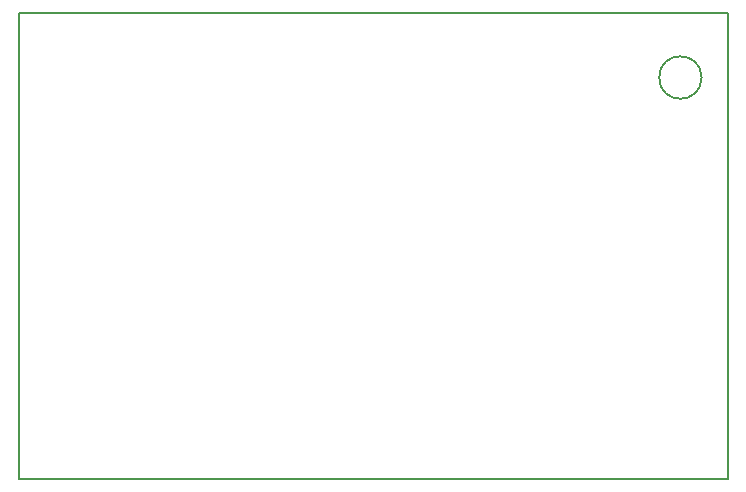
<source format=gbr>
%TF.GenerationSoftware,KiCad,Pcbnew,6.0.10-86aedd382b~118~ubuntu20.04.1*%
%TF.CreationDate,2023-03-02T00:13:09-08:00*%
%TF.ProjectId,SolderProject,536f6c64-6572-4507-926f-6a6563742e6b,rev?*%
%TF.SameCoordinates,Original*%
%TF.FileFunction,Profile,NP*%
%FSLAX46Y46*%
G04 Gerber Fmt 4.6, Leading zero omitted, Abs format (unit mm)*
G04 Created by KiCad (PCBNEW 6.0.10-86aedd382b~118~ubuntu20.04.1) date 2023-03-02 00:13:09*
%MOMM*%
%LPD*%
G01*
G04 APERTURE LIST*
%TA.AperFunction,Profile*%
%ADD10C,0.200000*%
%TD*%
G04 APERTURE END LIST*
D10*
X100000000Y-60508000D02*
X160000000Y-60508000D01*
X160000000Y-60508000D02*
X160000000Y-100000000D01*
X160000000Y-100000000D02*
X100000000Y-100000000D01*
X100000000Y-100000000D02*
X100000000Y-60508000D01*
X157792102Y-66000000D02*
G75*
G03*
X157792102Y-66000000I-1796051J0D01*
G01*
M02*

</source>
